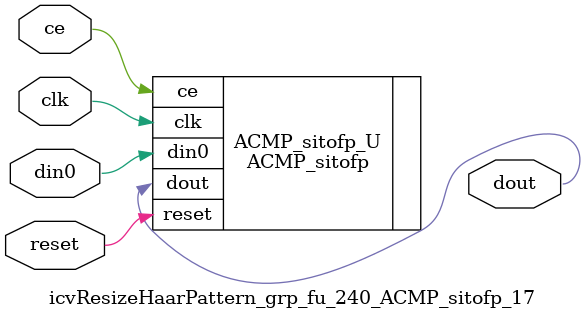
<source format=v>

`timescale 1 ns / 1 ps
module icvResizeHaarPattern_grp_fu_240_ACMP_sitofp_17(
    clk,
    reset,
    ce,
    din0,
    dout);

parameter ID = 32'd1;
parameter NUM_STAGE = 32'd1;
parameter din0_WIDTH = 32'd1;
parameter dout_WIDTH = 32'd1;
input clk;
input reset;
input ce;
input[din0_WIDTH - 1:0] din0;
output[dout_WIDTH - 1:0] dout;



ACMP_sitofp #(
.ID( ID ),
.NUM_STAGE( 4 ),
.din0_WIDTH( din0_WIDTH ),
.dout_WIDTH( dout_WIDTH ))
ACMP_sitofp_U(
    .clk( clk ),
    .reset( reset ),
    .ce( ce ),
    .din0( din0 ),
    .dout( dout ));

endmodule

</source>
